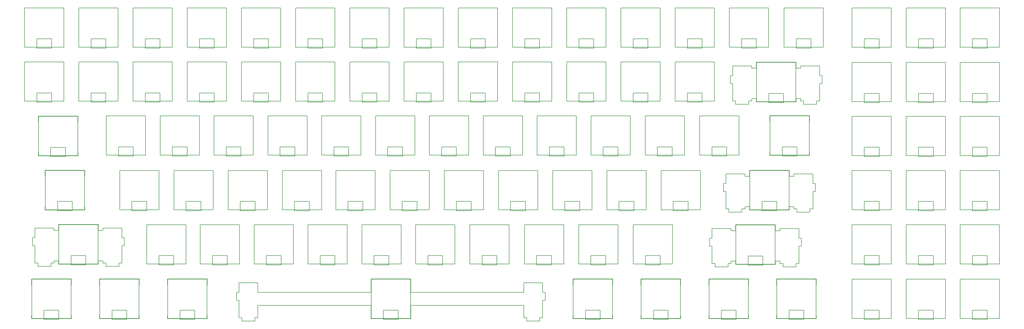
<source format=gbr>
%TF.GenerationSoftware,KiCad,Pcbnew,(5.1.10)-1*%
%TF.CreationDate,2021-11-11T14:39:24-08:00*%
%TF.ProjectId,chgray-keyboard,63686772-6179-42d6-9b65-79626f617264,Yeet2*%
%TF.SameCoordinates,Original*%
%TF.FileFunction,Other,ECO2*%
%FSLAX46Y46*%
G04 Gerber Fmt 4.6, Leading zero omitted, Abs format (unit mm)*
G04 Created by KiCad (PCBNEW (5.1.10)-1) date 2021-11-11 14:39:24*
%MOMM*%
%LPD*%
G01*
G04 APERTURE LIST*
%ADD10C,0.150000*%
%ADD11C,0.152400*%
G04 APERTURE END LIST*
D10*
%TO.C,SW10*%
X95437000Y-79819000D02*
X90237000Y-79819000D01*
X90237000Y-83058000D02*
X95437000Y-83058000D01*
X90237000Y-79858000D02*
X90237000Y-83058000D01*
X95437000Y-79819000D02*
X95437000Y-83019000D01*
X85937000Y-82719000D02*
X85937000Y-68919000D01*
X99737000Y-68919000D02*
X99737000Y-82719000D01*
X99737000Y-68919000D02*
X85937000Y-68919000D01*
X85937000Y-82719000D02*
X99737000Y-82719000D01*
D11*
%TO.C,SW57*%
X155194000Y-111760000D02*
X155194000Y-107061000D01*
X115468400Y-111760000D02*
X155194000Y-111760000D01*
X115468400Y-108356400D02*
X115468400Y-111760000D01*
X108813600Y-108356400D02*
X115468400Y-108356400D01*
X108813600Y-111760000D02*
X108813600Y-108356400D01*
X107950000Y-111760000D02*
X108813600Y-111760000D01*
X107950000Y-114554000D02*
X107950000Y-111760000D01*
X108813600Y-114554000D02*
X107950000Y-114554000D01*
X108813600Y-120650000D02*
X108813600Y-114554000D01*
X109855000Y-120650000D02*
X108813600Y-120650000D01*
X109855000Y-121818400D02*
X109855000Y-120650000D01*
X114427000Y-121818400D02*
X109855000Y-121818400D01*
X114427000Y-120650000D02*
X114427000Y-121818400D01*
X115468400Y-120650000D02*
X114427000Y-120650000D01*
X115468400Y-116332000D02*
X115468400Y-120650000D01*
X155194000Y-116332000D02*
X115468400Y-116332000D01*
X155194000Y-121031000D02*
X155194000Y-116332000D01*
X169164000Y-121031000D02*
X155194000Y-121031000D01*
X169164000Y-116332000D02*
X169164000Y-121031000D01*
X208889600Y-116332000D02*
X169164000Y-116332000D01*
X208889600Y-120650000D02*
X208889600Y-116332000D01*
X209931000Y-120650000D02*
X208889600Y-120650000D01*
X209931000Y-121818400D02*
X209931000Y-120650000D01*
X214503000Y-121818400D02*
X209931000Y-121818400D01*
X214503000Y-120650000D02*
X214503000Y-121818400D01*
X215544400Y-120650000D02*
X214503000Y-120650000D01*
X215544400Y-114554000D02*
X215544400Y-120650000D01*
X216408000Y-114554000D02*
X215544400Y-114554000D01*
X216408000Y-111760000D02*
X216408000Y-114554000D01*
X215544400Y-111760000D02*
X216408000Y-111760000D01*
X215544400Y-108356400D02*
X215544400Y-111760000D01*
X208889600Y-108356400D02*
X215544400Y-108356400D01*
X208889600Y-111760000D02*
X208889600Y-108356400D01*
X169164000Y-111760000D02*
X208889600Y-111760000D01*
X169164000Y-107061000D02*
X169164000Y-111760000D01*
X155194000Y-107061000D02*
X169164000Y-107061000D01*
D10*
X155279000Y-120946000D02*
X155279000Y-107146000D01*
X159579000Y-121285000D02*
X164779000Y-121285000D01*
X169079000Y-107146000D02*
X155279000Y-107146000D01*
X155279000Y-120946000D02*
X169079000Y-120946000D01*
X159579000Y-118085000D02*
X159579000Y-121285000D01*
X164779000Y-118046000D02*
X159579000Y-118046000D01*
X169079000Y-107146000D02*
X169079000Y-120946000D01*
X164779000Y-118046000D02*
X164779000Y-121246000D01*
%TO.C,SW21*%
X309834000Y-22669000D02*
X304634000Y-22669000D01*
X304634000Y-25908000D02*
X309834000Y-25908000D01*
X304634000Y-22708000D02*
X304634000Y-25908000D01*
X309834000Y-22669000D02*
X309834000Y-25869000D01*
X300334000Y-25569000D02*
X300334000Y-11769000D01*
X314134000Y-11769000D02*
X314134000Y-25569000D01*
X314134000Y-11769000D02*
X300334000Y-11769000D01*
X300334000Y-25569000D02*
X314134000Y-25569000D01*
D11*
%TO.C,RIGHT-SHIFT1*%
X306451000Y-92710000D02*
X306451000Y-95504000D01*
X298932600Y-90119200D02*
X298932600Y-89306400D01*
X283337000Y-88011000D02*
X297307000Y-88011000D01*
X305587400Y-101600000D02*
X304546000Y-101600000D01*
X298932600Y-89306400D02*
X305587400Y-89306400D01*
X297307000Y-90119200D02*
X298932600Y-90119200D01*
X305587400Y-92710000D02*
X306451000Y-92710000D01*
X304546000Y-102768400D02*
X299974000Y-102768400D01*
X305587400Y-95504000D02*
X305587400Y-101600000D01*
X297307000Y-88011000D02*
X297307000Y-90119200D01*
X306451000Y-95504000D02*
X305587400Y-95504000D01*
X304546000Y-101600000D02*
X304546000Y-102768400D01*
X305587400Y-89306400D02*
X305587400Y-92710000D01*
X299974000Y-101600000D02*
X298932600Y-101600000D01*
X283337000Y-100812600D02*
X281711400Y-100812600D01*
X276098000Y-102768400D02*
X276098000Y-101600000D01*
X274193000Y-95504000D02*
X274193000Y-92710000D01*
X275056600Y-89306400D02*
X281711400Y-89306400D01*
X281711400Y-90119200D02*
X283337000Y-90119200D01*
X298932600Y-101600000D02*
X298932600Y-100812600D01*
X298932600Y-100812600D02*
X297307000Y-100812600D01*
X297307000Y-100812600D02*
X297307000Y-101981000D01*
X297307000Y-101981000D02*
X283337000Y-101981000D01*
X280670000Y-101600000D02*
X280670000Y-102768400D01*
X283337000Y-101981000D02*
X283337000Y-100812600D01*
X275056600Y-95504000D02*
X274193000Y-95504000D01*
X281711400Y-100812600D02*
X281711400Y-101600000D01*
X281711400Y-101600000D02*
X280670000Y-101600000D01*
X274193000Y-92710000D02*
X275056600Y-92710000D01*
X283337000Y-90119200D02*
X283337000Y-88011000D01*
X275056600Y-101600000D02*
X275056600Y-95504000D01*
X281711400Y-89306400D02*
X281711400Y-90119200D01*
X280670000Y-102768400D02*
X276098000Y-102768400D01*
X276098000Y-101600000D02*
X275056600Y-101600000D01*
X275056600Y-92710000D02*
X275056600Y-89306400D01*
X299974000Y-102768400D02*
X299974000Y-101600000D01*
D10*
X283432000Y-101886000D02*
X283432000Y-88086000D01*
X297232000Y-88086000D02*
X297232000Y-101886000D01*
X297232000Y-88086000D02*
X283432000Y-88086000D01*
X283432000Y-101886000D02*
X297232000Y-101886000D01*
X287722000Y-102235000D02*
X292922000Y-102235000D01*
X287722000Y-99035000D02*
X287722000Y-102235000D01*
X292922000Y-98996000D02*
X292922000Y-102196000D01*
X292922000Y-98996000D02*
X287722000Y-98996000D01*
%TO.C,Slash1*%
X304955000Y-60642000D02*
X299755000Y-60642000D01*
X304955000Y-60642000D02*
X304955000Y-63842000D01*
X299755000Y-60681000D02*
X299755000Y-63881000D01*
X299755000Y-63881000D02*
X304955000Y-63881000D01*
D11*
X295370000Y-49657000D02*
X309340000Y-49657000D01*
X309340000Y-49657000D02*
X309340000Y-51765200D01*
X309340000Y-62458600D02*
X309340000Y-63627000D01*
X309340000Y-63627000D02*
X295370000Y-63627000D01*
X295370000Y-63627000D02*
X295370000Y-62458600D01*
X295370000Y-51765200D02*
X295370000Y-49657000D01*
D10*
X295465000Y-63532000D02*
X295465000Y-49732000D01*
X309265000Y-49732000D02*
X309265000Y-63532000D01*
X309265000Y-49732000D02*
X295465000Y-49732000D01*
X295465000Y-63532000D02*
X309265000Y-63532000D01*
%TO.C,SW52*%
X204149000Y-60642000D02*
X198949000Y-60642000D01*
X198949000Y-63881000D02*
X204149000Y-63881000D01*
X198949000Y-60681000D02*
X198949000Y-63881000D01*
X204149000Y-60642000D02*
X204149000Y-63842000D01*
X194649000Y-63542000D02*
X194649000Y-49742000D01*
X208449000Y-49742000D02*
X208449000Y-63542000D01*
X208449000Y-49742000D02*
X194649000Y-49742000D01*
X194649000Y-63542000D02*
X208449000Y-63542000D01*
%TO.C,SW51*%
X195386000Y-41673900D02*
X190186000Y-41673900D01*
X190186000Y-44912900D02*
X195386000Y-44912900D01*
X190186000Y-41712900D02*
X190186000Y-44912900D01*
X195386000Y-41673900D02*
X195386000Y-44873900D01*
X185886000Y-44573900D02*
X185886000Y-30773900D01*
X199686000Y-30773900D02*
X199686000Y-44573900D01*
X199686000Y-30773900D02*
X185886000Y-30773900D01*
X185886000Y-44573900D02*
X199686000Y-44573900D01*
D11*
%TO.C,SW58*%
X226187000Y-107061000D02*
X240157000Y-107061000D01*
X240157000Y-107061000D02*
X240157000Y-109169200D01*
X240157000Y-119862600D02*
X240157000Y-121031000D01*
X240157000Y-121031000D02*
X226187000Y-121031000D01*
X226187000Y-121031000D02*
X226187000Y-119862600D01*
X226187000Y-109169200D02*
X226187000Y-107061000D01*
D10*
X226282000Y-120936000D02*
X226282000Y-107136000D01*
X240082000Y-107136000D02*
X240082000Y-120936000D01*
X240082000Y-107136000D02*
X226282000Y-107136000D01*
X226282000Y-120936000D02*
X240082000Y-120936000D01*
X230572000Y-121285000D02*
X235772000Y-121285000D01*
X230572000Y-118085000D02*
X230572000Y-121285000D01*
X235772000Y-118046000D02*
X235772000Y-121246000D01*
X235772000Y-118046000D02*
X230572000Y-118046000D01*
D11*
%TO.C,RIGHT-SPACE1*%
X250063000Y-107061000D02*
X264033000Y-107061000D01*
X264033000Y-107061000D02*
X264033000Y-109169200D01*
X264033000Y-119862600D02*
X264033000Y-121031000D01*
X264033000Y-121031000D02*
X250063000Y-121031000D01*
X250063000Y-121031000D02*
X250063000Y-119862600D01*
X250063000Y-109169200D02*
X250063000Y-107061000D01*
D10*
X250158000Y-120936000D02*
X250158000Y-107136000D01*
X263958000Y-107136000D02*
X263958000Y-120936000D01*
X263958000Y-107136000D02*
X250158000Y-107136000D01*
X250158000Y-120936000D02*
X263958000Y-120936000D01*
X254448000Y-121285000D02*
X259648000Y-121285000D01*
X254448000Y-118085000D02*
X254448000Y-121285000D01*
X259648000Y-118046000D02*
X259648000Y-121246000D01*
X259648000Y-118046000D02*
X254448000Y-118046000D01*
%TO.C,LEFT_ALT1*%
X138236000Y-22669000D02*
X133036000Y-22669000D01*
X133036000Y-25908000D02*
X138236000Y-25908000D01*
X133036000Y-22708000D02*
X133036000Y-25908000D01*
X138236000Y-22669000D02*
X138236000Y-25869000D01*
X128736000Y-25569000D02*
X128736000Y-11769000D01*
X142536000Y-11769000D02*
X142536000Y-25569000D01*
X142536000Y-11769000D02*
X128736000Y-11769000D01*
X128736000Y-25569000D02*
X142536000Y-25569000D01*
%TO.C,RIGHT-SHIFT2*%
X214436000Y-22669000D02*
X209236000Y-22669000D01*
X209236000Y-25908000D02*
X214436000Y-25908000D01*
X209236000Y-22708000D02*
X209236000Y-25908000D01*
X214436000Y-22669000D02*
X214436000Y-25869000D01*
X204936000Y-25569000D02*
X204936000Y-11769000D01*
X218736000Y-11769000D02*
X218736000Y-25569000D01*
X218736000Y-11769000D02*
X204936000Y-11769000D01*
X204936000Y-25569000D02*
X218736000Y-25569000D01*
%TO.C,LEFT-SPACE1*%
X157286000Y-22669000D02*
X152086000Y-22669000D01*
X152086000Y-25908000D02*
X157286000Y-25908000D01*
X152086000Y-22708000D02*
X152086000Y-25908000D01*
X157286000Y-22669000D02*
X157286000Y-25869000D01*
X147786000Y-25569000D02*
X147786000Y-11769000D01*
X161586000Y-11769000D02*
X161586000Y-25569000D01*
X161586000Y-11769000D02*
X147786000Y-11769000D01*
X147786000Y-25569000D02*
X161586000Y-25569000D01*
%TO.C,SW50*%
X333765000Y-22669000D02*
X328565000Y-22669000D01*
X328565000Y-25908000D02*
X333765000Y-25908000D01*
X328565000Y-22708000D02*
X328565000Y-25908000D01*
X333765000Y-22669000D02*
X333765000Y-25869000D01*
X324265000Y-25569000D02*
X324265000Y-11769000D01*
X338065000Y-11769000D02*
X338065000Y-25569000D01*
X338065000Y-11769000D02*
X324265000Y-11769000D01*
X324265000Y-25569000D02*
X338065000Y-25569000D01*
%TO.C,SW45*%
X271586000Y-22669000D02*
X266386000Y-22669000D01*
X266386000Y-25908000D02*
X271586000Y-25908000D01*
X266386000Y-22708000D02*
X266386000Y-25908000D01*
X271586000Y-22669000D02*
X271586000Y-25869000D01*
X262086000Y-25569000D02*
X262086000Y-11769000D01*
X275886000Y-11769000D02*
X275886000Y-25569000D01*
X275886000Y-11769000D02*
X262086000Y-11769000D01*
X262086000Y-25569000D02*
X275886000Y-25569000D01*
%TO.C,SW37*%
X371738000Y-22669000D02*
X366538000Y-22669000D01*
X366538000Y-25908000D02*
X371738000Y-25908000D01*
X366538000Y-22708000D02*
X366538000Y-25908000D01*
X371738000Y-22669000D02*
X371738000Y-25869000D01*
X362238000Y-25569000D02*
X362238000Y-11769000D01*
X376038000Y-11769000D02*
X376038000Y-25569000D01*
X376038000Y-11769000D02*
X362238000Y-11769000D01*
X362238000Y-25569000D02*
X376038000Y-25569000D01*
%TO.C,SW25*%
X290636000Y-22669000D02*
X285436000Y-22669000D01*
X285436000Y-25908000D02*
X290636000Y-25908000D01*
X285436000Y-22708000D02*
X285436000Y-25908000D01*
X290636000Y-22669000D02*
X290636000Y-25869000D01*
X281136000Y-25569000D02*
X281136000Y-11769000D01*
X294936000Y-11769000D02*
X294936000Y-25569000D01*
X294936000Y-11769000D02*
X281136000Y-11769000D01*
X281136000Y-25569000D02*
X294936000Y-25569000D01*
%TO.C,SW13*%
X252536000Y-22669000D02*
X247336000Y-22669000D01*
X247336000Y-25908000D02*
X252536000Y-25908000D01*
X247336000Y-22708000D02*
X247336000Y-25908000D01*
X252536000Y-22669000D02*
X252536000Y-25869000D01*
X243036000Y-25569000D02*
X243036000Y-11769000D01*
X256836000Y-11769000D02*
X256836000Y-25569000D01*
X256836000Y-11769000D02*
X243036000Y-11769000D01*
X243036000Y-25569000D02*
X256836000Y-25569000D01*
%TO.C,SW9*%
X352815000Y-22669000D02*
X347615000Y-22669000D01*
X347615000Y-25908000D02*
X352815000Y-25908000D01*
X347615000Y-22708000D02*
X347615000Y-25908000D01*
X352815000Y-22669000D02*
X352815000Y-25869000D01*
X343315000Y-25569000D02*
X343315000Y-11769000D01*
X357115000Y-11769000D02*
X357115000Y-25569000D01*
X357115000Y-11769000D02*
X343315000Y-11769000D01*
X343315000Y-25569000D02*
X357115000Y-25569000D01*
%TO.C,SW3*%
X233486000Y-22669000D02*
X228286000Y-22669000D01*
X228286000Y-25908000D02*
X233486000Y-25908000D01*
X228286000Y-22708000D02*
X228286000Y-25908000D01*
X233486000Y-22669000D02*
X233486000Y-25869000D01*
X223986000Y-25569000D02*
X223986000Y-11769000D01*
X237786000Y-11769000D02*
X237786000Y-25569000D01*
X237786000Y-11769000D02*
X223986000Y-11769000D01*
X223986000Y-25569000D02*
X237786000Y-25569000D01*
D11*
%TO.C,RightMeta1*%
X297745000Y-107061000D02*
X311715000Y-107061000D01*
X311715000Y-107061000D02*
X311715000Y-109169200D01*
X311715000Y-119862600D02*
X311715000Y-121031000D01*
X311715000Y-121031000D02*
X297745000Y-121031000D01*
X297745000Y-121031000D02*
X297745000Y-119862600D01*
X297745000Y-109169200D02*
X297745000Y-107061000D01*
D10*
X297840000Y-120936000D02*
X297840000Y-107136000D01*
X311640000Y-107136000D02*
X311640000Y-120936000D01*
X311640000Y-107136000D02*
X297840000Y-107136000D01*
X297840000Y-120936000D02*
X311640000Y-120936000D01*
X302130000Y-121285000D02*
X307330000Y-121285000D01*
X302130000Y-118085000D02*
X302130000Y-121285000D01*
X307330000Y-118046000D02*
X307330000Y-121246000D01*
X307330000Y-118046000D02*
X302130000Y-118046000D01*
D11*
%TO.C,ENTER1*%
X311339000Y-73533000D02*
X311339000Y-76327000D01*
X303820600Y-70942200D02*
X303820600Y-70129400D01*
X288225000Y-68834000D02*
X302195000Y-68834000D01*
X310475400Y-82423000D02*
X309434000Y-82423000D01*
X303820600Y-70129400D02*
X310475400Y-70129400D01*
X302195000Y-70942200D02*
X303820600Y-70942200D01*
X310475400Y-73533000D02*
X311339000Y-73533000D01*
X309434000Y-83591400D02*
X304862000Y-83591400D01*
X310475400Y-76327000D02*
X310475400Y-82423000D01*
X302195000Y-68834000D02*
X302195000Y-70942200D01*
X311339000Y-76327000D02*
X310475400Y-76327000D01*
X309434000Y-82423000D02*
X309434000Y-83591400D01*
X310475400Y-70129400D02*
X310475400Y-73533000D01*
X304862000Y-82423000D02*
X303820600Y-82423000D01*
X288225000Y-81635600D02*
X286599400Y-81635600D01*
X280986000Y-83591400D02*
X280986000Y-82423000D01*
X279081000Y-76327000D02*
X279081000Y-73533000D01*
X279944600Y-70129400D02*
X286599400Y-70129400D01*
X286599400Y-70942200D02*
X288225000Y-70942200D01*
X303820600Y-82423000D02*
X303820600Y-81635600D01*
X303820600Y-81635600D02*
X302195000Y-81635600D01*
X302195000Y-81635600D02*
X302195000Y-82804000D01*
X302195000Y-82804000D02*
X288225000Y-82804000D01*
X285558000Y-82423000D02*
X285558000Y-83591400D01*
X288225000Y-82804000D02*
X288225000Y-81635600D01*
X279944600Y-76327000D02*
X279081000Y-76327000D01*
X286599400Y-81635600D02*
X286599400Y-82423000D01*
X286599400Y-82423000D02*
X285558000Y-82423000D01*
X279081000Y-73533000D02*
X279944600Y-73533000D01*
X288225000Y-70942200D02*
X288225000Y-68834000D01*
X279944600Y-82423000D02*
X279944600Y-76327000D01*
X286599400Y-70129400D02*
X286599400Y-70942200D01*
X285558000Y-83591400D02*
X280986000Y-83591400D01*
X280986000Y-82423000D02*
X279944600Y-82423000D01*
X279944600Y-73533000D02*
X279944600Y-70129400D01*
X304862000Y-83591400D02*
X304862000Y-82423000D01*
D10*
X288320000Y-82709000D02*
X288320000Y-68909000D01*
X302120000Y-68909000D02*
X302120000Y-82709000D01*
X302120000Y-68909000D02*
X288320000Y-68909000D01*
X288320000Y-82709000D02*
X302120000Y-82709000D01*
X292610000Y-83058000D02*
X297810000Y-83058000D01*
X292610000Y-79858000D02*
X292610000Y-83058000D01*
X297810000Y-79819000D02*
X297810000Y-83019000D01*
X297810000Y-79819000D02*
X292610000Y-79819000D01*
%TO.C,SW4*%
X42986000Y-41673900D02*
X37786000Y-41673900D01*
X37786000Y-44912900D02*
X42986000Y-44912900D01*
X37786000Y-41712900D02*
X37786000Y-44912900D01*
X42986000Y-41673900D02*
X42986000Y-44873900D01*
X33486000Y-44573900D02*
X33486000Y-30773900D01*
X47286000Y-30773900D02*
X47286000Y-44573900D01*
X47286000Y-30773900D02*
X33486000Y-30773900D01*
X33486000Y-44573900D02*
X47286000Y-44573900D01*
D11*
%TO.C,WinKey1*%
X83693000Y-107061000D02*
X97663000Y-107061000D01*
X97663000Y-107061000D02*
X97663000Y-109169200D01*
X97663000Y-119862600D02*
X97663000Y-121031000D01*
X97663000Y-121031000D02*
X83693000Y-121031000D01*
X83693000Y-121031000D02*
X83693000Y-119862600D01*
X83693000Y-109169200D02*
X83693000Y-107061000D01*
D10*
X83788000Y-120936000D02*
X83788000Y-107136000D01*
X97588000Y-107136000D02*
X97588000Y-120936000D01*
X97588000Y-107136000D02*
X83788000Y-107136000D01*
X83788000Y-120936000D02*
X97588000Y-120936000D01*
X88078000Y-121285000D02*
X93278000Y-121285000D01*
X88078000Y-118085000D02*
X88078000Y-121285000D01*
X93278000Y-118046000D02*
X93278000Y-121246000D01*
X93278000Y-118046000D02*
X88078000Y-118046000D01*
D11*
%TO.C,LEFT_FN1*%
X59817000Y-107061000D02*
X73787000Y-107061000D01*
X73787000Y-107061000D02*
X73787000Y-109169200D01*
X73787000Y-119862600D02*
X73787000Y-121031000D01*
X73787000Y-121031000D02*
X59817000Y-121031000D01*
X59817000Y-121031000D02*
X59817000Y-119862600D01*
X59817000Y-109169200D02*
X59817000Y-107061000D01*
D10*
X59912000Y-120936000D02*
X59912000Y-107136000D01*
X73712000Y-107136000D02*
X73712000Y-120936000D01*
X73712000Y-107136000D02*
X59912000Y-107136000D01*
X59912000Y-120936000D02*
X73712000Y-120936000D01*
X64202000Y-121285000D02*
X69402000Y-121285000D01*
X64202000Y-118085000D02*
X64202000Y-121285000D01*
X69402000Y-118046000D02*
X69402000Y-121246000D01*
X69402000Y-118046000D02*
X64202000Y-118046000D01*
D11*
%TO.C,LEFT_CTRL1*%
X35899700Y-107061000D02*
X49869700Y-107061000D01*
X49869700Y-107061000D02*
X49869700Y-109169200D01*
X49869700Y-119862600D02*
X49869700Y-121031000D01*
X49869700Y-121031000D02*
X35899700Y-121031000D01*
X35899700Y-121031000D02*
X35899700Y-119862600D01*
X35899700Y-109169200D02*
X35899700Y-107061000D01*
D10*
X35994700Y-120936000D02*
X35994700Y-107136000D01*
X49794700Y-107136000D02*
X49794700Y-120936000D01*
X49794700Y-107136000D02*
X35994700Y-107136000D01*
X35994700Y-120936000D02*
X49794700Y-120936000D01*
X40284700Y-121285000D02*
X45484700Y-121285000D01*
X40284700Y-118085000D02*
X40284700Y-121285000D01*
X45484700Y-118046000D02*
X45484700Y-121246000D01*
X45484700Y-118046000D02*
X40284700Y-118046000D01*
D11*
%TO.C,LEFT-SHIFT1*%
X68538700Y-92583000D02*
X68538700Y-95377000D01*
X61020300Y-89992200D02*
X61020300Y-89179400D01*
X45424700Y-87884000D02*
X59394700Y-87884000D01*
X67675100Y-101473000D02*
X66633700Y-101473000D01*
X61020300Y-89179400D02*
X67675100Y-89179400D01*
X59394700Y-89992200D02*
X61020300Y-89992200D01*
X67675100Y-92583000D02*
X68538700Y-92583000D01*
X66633700Y-102641400D02*
X62061700Y-102641400D01*
X67675100Y-95377000D02*
X67675100Y-101473000D01*
X59394700Y-87884000D02*
X59394700Y-89992200D01*
X68538700Y-95377000D02*
X67675100Y-95377000D01*
X66633700Y-101473000D02*
X66633700Y-102641400D01*
X67675100Y-89179400D02*
X67675100Y-92583000D01*
X62061700Y-101473000D02*
X61020300Y-101473000D01*
X45424700Y-100685600D02*
X43799100Y-100685600D01*
X38185700Y-102641400D02*
X38185700Y-101473000D01*
X36280700Y-95377000D02*
X36280700Y-92583000D01*
X37144300Y-89179400D02*
X43799100Y-89179400D01*
X43799100Y-89992200D02*
X45424700Y-89992200D01*
X61020300Y-101473000D02*
X61020300Y-100685600D01*
X61020300Y-100685600D02*
X59394700Y-100685600D01*
X59394700Y-100685600D02*
X59394700Y-101854000D01*
X59394700Y-101854000D02*
X45424700Y-101854000D01*
X42757700Y-101473000D02*
X42757700Y-102641400D01*
X45424700Y-101854000D02*
X45424700Y-100685600D01*
X37144300Y-95377000D02*
X36280700Y-95377000D01*
X43799100Y-100685600D02*
X43799100Y-101473000D01*
X43799100Y-101473000D02*
X42757700Y-101473000D01*
X36280700Y-92583000D02*
X37144300Y-92583000D01*
X45424700Y-89992200D02*
X45424700Y-87884000D01*
X37144300Y-101473000D02*
X37144300Y-95377000D01*
X43799100Y-89179400D02*
X43799100Y-89992200D01*
X42757700Y-102641400D02*
X38185700Y-102641400D01*
X38185700Y-101473000D02*
X37144300Y-101473000D01*
X37144300Y-92583000D02*
X37144300Y-89179400D01*
X62061700Y-102641400D02*
X62061700Y-101473000D01*
D10*
X45519700Y-101759000D02*
X45519700Y-87959000D01*
X59319700Y-87959000D02*
X59319700Y-101759000D01*
X59319700Y-87959000D02*
X45519700Y-87959000D01*
X45519700Y-101759000D02*
X59319700Y-101759000D01*
X49809700Y-102108000D02*
X55009700Y-102108000D01*
X49809700Y-98908000D02*
X49809700Y-102108000D01*
X55009700Y-98869000D02*
X55009700Y-102069000D01*
X55009700Y-98869000D02*
X49809700Y-98869000D01*
%TO.C,Backspace1*%
X290703000Y-44736000D02*
X304503000Y-44736000D01*
X304503000Y-30936000D02*
X290703000Y-30936000D01*
X304503000Y-30936000D02*
X304503000Y-44736000D01*
X290703000Y-44736000D02*
X290703000Y-30936000D01*
D11*
X307245000Y-45618400D02*
X307245000Y-44450000D01*
X282327600Y-35560000D02*
X282327600Y-32156400D01*
X283369000Y-44450000D02*
X282327600Y-44450000D01*
X287941000Y-45618400D02*
X283369000Y-45618400D01*
X288982400Y-32156400D02*
X288982400Y-32969200D01*
X282327600Y-44450000D02*
X282327600Y-38354000D01*
X290608000Y-32969200D02*
X290608000Y-30861000D01*
X281464000Y-35560000D02*
X282327600Y-35560000D01*
X288982400Y-44450000D02*
X287941000Y-44450000D01*
X288982400Y-43662600D02*
X288982400Y-44450000D01*
X282327600Y-38354000D02*
X281464000Y-38354000D01*
X290608000Y-44831000D02*
X290608000Y-43662600D01*
X287941000Y-44450000D02*
X287941000Y-45618400D01*
X304578000Y-44831000D02*
X290608000Y-44831000D01*
X304578000Y-43662600D02*
X304578000Y-44831000D01*
X306203600Y-43662600D02*
X304578000Y-43662600D01*
X306203600Y-44450000D02*
X306203600Y-43662600D01*
X288982400Y-32969200D02*
X290608000Y-32969200D01*
X282327600Y-32156400D02*
X288982400Y-32156400D01*
X281464000Y-38354000D02*
X281464000Y-35560000D01*
X283369000Y-45618400D02*
X283369000Y-44450000D01*
X290608000Y-43662600D02*
X288982400Y-43662600D01*
X307245000Y-44450000D02*
X306203600Y-44450000D01*
X312858400Y-32156400D02*
X312858400Y-35560000D01*
X311817000Y-44450000D02*
X311817000Y-45618400D01*
X313722000Y-38354000D02*
X312858400Y-38354000D01*
X304578000Y-30861000D02*
X304578000Y-32969200D01*
X312858400Y-38354000D02*
X312858400Y-44450000D01*
X311817000Y-45618400D02*
X307245000Y-45618400D01*
X312858400Y-35560000D02*
X313722000Y-35560000D01*
X304578000Y-32969200D02*
X306203600Y-32969200D01*
X306203600Y-32156400D02*
X312858400Y-32156400D01*
X312858400Y-44450000D02*
X311817000Y-44450000D01*
X290608000Y-30861000D02*
X304578000Y-30861000D01*
X306203600Y-32969200D02*
X306203600Y-32156400D01*
X313722000Y-35560000D02*
X313722000Y-38354000D01*
D10*
X294993000Y-45085000D02*
X300193000Y-45085000D01*
X294993000Y-41885000D02*
X294993000Y-45085000D01*
X300193000Y-41846000D02*
X300193000Y-45046000D01*
X300193000Y-41846000D02*
X294993000Y-41846000D01*
%TO.C,TAB1*%
X47864700Y-60785200D02*
X42664700Y-60785200D01*
X47864700Y-60785200D02*
X47864700Y-63985200D01*
X42664700Y-60824200D02*
X42664700Y-64024200D01*
X42664700Y-64024200D02*
X47864700Y-64024200D01*
D11*
X38279700Y-49800200D02*
X52249700Y-49800200D01*
X52249700Y-49800200D02*
X52249700Y-51908400D01*
X52249700Y-62601800D02*
X52249700Y-63770200D01*
X52249700Y-63770200D02*
X38279700Y-63770200D01*
X38279700Y-63770200D02*
X38279700Y-62601800D01*
X38279700Y-51908400D02*
X38279700Y-49800200D01*
D10*
X38374700Y-63675200D02*
X38374700Y-49875200D01*
X52174700Y-49875200D02*
X52174700Y-63675200D01*
X52174700Y-49875200D02*
X38374700Y-49875200D01*
X38374700Y-63675200D02*
X52174700Y-63675200D01*
D11*
%TO.C,CAPS1*%
X40662200Y-68834000D02*
X54632200Y-68834000D01*
X54632200Y-68834000D02*
X54632200Y-70942200D01*
X54632200Y-81635600D02*
X54632200Y-82804000D01*
X54632200Y-82804000D02*
X40662200Y-82804000D01*
X40662200Y-82804000D02*
X40662200Y-81635600D01*
X40662200Y-70942200D02*
X40662200Y-68834000D01*
D10*
X40757200Y-82709000D02*
X40757200Y-68909000D01*
X54557200Y-68909000D02*
X54557200Y-82709000D01*
X54557200Y-68909000D02*
X40757200Y-68909000D01*
X40757200Y-82709000D02*
X54557200Y-82709000D01*
X45047200Y-83058000D02*
X50247200Y-83058000D01*
X45047200Y-79858000D02*
X45047200Y-83058000D01*
X50247200Y-79819000D02*
X50247200Y-83019000D01*
X50247200Y-79819000D02*
X45047200Y-79819000D01*
%TO.C,SW63*%
X247583000Y-79819000D02*
X242383000Y-79819000D01*
X242383000Y-83058000D02*
X247583000Y-83058000D01*
X242383000Y-79858000D02*
X242383000Y-83058000D01*
X247583000Y-79819000D02*
X247583000Y-83019000D01*
X238083000Y-82719000D02*
X238083000Y-68919000D01*
X251883000Y-68919000D02*
X251883000Y-82719000D01*
X251883000Y-68919000D02*
X238083000Y-68919000D01*
X238083000Y-82719000D02*
X251883000Y-82719000D01*
%TO.C,SW1*%
X119186000Y-22669000D02*
X113986000Y-22669000D01*
X113986000Y-25908000D02*
X119186000Y-25908000D01*
X113986000Y-22708000D02*
X113986000Y-25908000D01*
X119186000Y-22669000D02*
X119186000Y-25869000D01*
X109686000Y-25569000D02*
X109686000Y-11769000D01*
X123486000Y-11769000D02*
X123486000Y-25569000D01*
X123486000Y-11769000D02*
X109686000Y-11769000D01*
X109686000Y-25569000D02*
X123486000Y-25569000D01*
%TO.C,SW2*%
X237677000Y-98869000D02*
X232477000Y-98869000D01*
X232477000Y-102108000D02*
X237677000Y-102108000D01*
X232477000Y-98908000D02*
X232477000Y-102108000D01*
X237677000Y-98869000D02*
X237677000Y-102069000D01*
X228177000Y-101769000D02*
X228177000Y-87969000D01*
X241977000Y-87969000D02*
X241977000Y-101769000D01*
X241977000Y-87969000D02*
X228177000Y-87969000D01*
X228177000Y-101769000D02*
X241977000Y-101769000D01*
%TO.C,SW5*%
X62036000Y-41673900D02*
X56836000Y-41673900D01*
X56836000Y-44912900D02*
X62036000Y-44912900D01*
X56836000Y-41712900D02*
X56836000Y-44912900D01*
X62036000Y-41673900D02*
X62036000Y-44873900D01*
X52536000Y-44573900D02*
X52536000Y-30773900D01*
X66336000Y-30773900D02*
X66336000Y-44573900D01*
X66336000Y-30773900D02*
X52536000Y-30773900D01*
X52536000Y-44573900D02*
X66336000Y-44573900D01*
%TO.C,SW6*%
X71688000Y-60642000D02*
X66488000Y-60642000D01*
X66488000Y-63881000D02*
X71688000Y-63881000D01*
X66488000Y-60681000D02*
X66488000Y-63881000D01*
X71688000Y-60642000D02*
X71688000Y-63842000D01*
X62188000Y-63542000D02*
X62188000Y-49742000D01*
X75988000Y-49742000D02*
X75988000Y-63542000D01*
X75988000Y-49742000D02*
X62188000Y-49742000D01*
X62188000Y-63542000D02*
X75988000Y-63542000D01*
%TO.C,SW7*%
X76387000Y-79819000D02*
X71187000Y-79819000D01*
X71187000Y-83058000D02*
X76387000Y-83058000D01*
X71187000Y-79858000D02*
X71187000Y-83058000D01*
X76387000Y-79819000D02*
X76387000Y-83019000D01*
X66887000Y-82719000D02*
X66887000Y-68919000D01*
X80687000Y-68919000D02*
X80687000Y-82719000D01*
X80687000Y-68919000D02*
X66887000Y-68919000D01*
X66887000Y-82719000D02*
X80687000Y-82719000D01*
%TO.C,SW8*%
X333765000Y-98869000D02*
X328565000Y-98869000D01*
X328565000Y-102108000D02*
X333765000Y-102108000D01*
X328565000Y-98908000D02*
X328565000Y-102108000D01*
X333765000Y-98869000D02*
X333765000Y-102069000D01*
X324265000Y-101769000D02*
X324265000Y-87969000D01*
X338065000Y-87969000D02*
X338065000Y-101769000D01*
X338065000Y-87969000D02*
X324265000Y-87969000D01*
X324265000Y-101769000D02*
X338065000Y-101769000D01*
%TO.C,SW11*%
X85912000Y-98869000D02*
X80712000Y-98869000D01*
X80712000Y-102108000D02*
X85912000Y-102108000D01*
X80712000Y-98908000D02*
X80712000Y-102108000D01*
X85912000Y-98869000D02*
X85912000Y-102069000D01*
X76412000Y-101769000D02*
X76412000Y-87969000D01*
X90212000Y-87969000D02*
X90212000Y-101769000D01*
X90212000Y-87969000D02*
X76412000Y-87969000D01*
X76412000Y-101769000D02*
X90212000Y-101769000D01*
%TO.C,SW12*%
X100136000Y-22669000D02*
X94936000Y-22669000D01*
X94936000Y-25908000D02*
X100136000Y-25908000D01*
X94936000Y-22708000D02*
X94936000Y-25908000D01*
X100136000Y-22669000D02*
X100136000Y-25869000D01*
X90636000Y-25569000D02*
X90636000Y-11769000D01*
X104436000Y-11769000D02*
X104436000Y-25569000D01*
X104436000Y-11769000D02*
X90636000Y-11769000D01*
X90636000Y-25569000D02*
X104436000Y-25569000D01*
%TO.C,SW14*%
X81086000Y-41673900D02*
X75886000Y-41673900D01*
X75886000Y-44912900D02*
X81086000Y-44912900D01*
X75886000Y-41712900D02*
X75886000Y-44912900D01*
X81086000Y-41673900D02*
X81086000Y-44873900D01*
X71586000Y-44573900D02*
X71586000Y-30773900D01*
X85386000Y-30773900D02*
X85386000Y-44573900D01*
X85386000Y-30773900D02*
X71586000Y-30773900D01*
X71586000Y-44573900D02*
X85386000Y-44573900D01*
%TO.C,SW15*%
X90611000Y-60642000D02*
X85411000Y-60642000D01*
X85411000Y-63881000D02*
X90611000Y-63881000D01*
X85411000Y-60681000D02*
X85411000Y-63881000D01*
X90611000Y-60642000D02*
X90611000Y-63842000D01*
X81111000Y-63542000D02*
X81111000Y-49742000D01*
X94911000Y-49742000D02*
X94911000Y-63542000D01*
X94911000Y-49742000D02*
X81111000Y-49742000D01*
X81111000Y-63542000D02*
X94911000Y-63542000D01*
%TO.C,SW16*%
X100136000Y-41673900D02*
X94936000Y-41673900D01*
X94936000Y-44912900D02*
X100136000Y-44912900D01*
X94936000Y-41712900D02*
X94936000Y-44912900D01*
X100136000Y-41673900D02*
X100136000Y-44873900D01*
X90636000Y-44573900D02*
X90636000Y-30773900D01*
X104436000Y-30773900D02*
X104436000Y-44573900D01*
X104436000Y-30773900D02*
X90636000Y-30773900D01*
X90636000Y-44573900D02*
X104436000Y-44573900D01*
%TO.C,SW17*%
X109534000Y-60642000D02*
X104334000Y-60642000D01*
X104334000Y-63881000D02*
X109534000Y-63881000D01*
X104334000Y-60681000D02*
X104334000Y-63881000D01*
X109534000Y-60642000D02*
X109534000Y-63842000D01*
X100034000Y-63542000D02*
X100034000Y-49742000D01*
X113834000Y-49742000D02*
X113834000Y-63542000D01*
X113834000Y-49742000D02*
X100034000Y-49742000D01*
X100034000Y-63542000D02*
X113834000Y-63542000D01*
%TO.C,SW18*%
X114487000Y-79819000D02*
X109287000Y-79819000D01*
X109287000Y-83058000D02*
X114487000Y-83058000D01*
X109287000Y-79858000D02*
X109287000Y-83058000D01*
X114487000Y-79819000D02*
X114487000Y-83019000D01*
X104987000Y-82719000D02*
X104987000Y-68919000D01*
X118787000Y-68919000D02*
X118787000Y-82719000D01*
X118787000Y-68919000D02*
X104987000Y-68919000D01*
X104987000Y-82719000D02*
X118787000Y-82719000D01*
%TO.C,SW19*%
X104708000Y-98869000D02*
X99508000Y-98869000D01*
X99508000Y-102108000D02*
X104708000Y-102108000D01*
X99508000Y-98908000D02*
X99508000Y-102108000D01*
X104708000Y-98869000D02*
X104708000Y-102069000D01*
X95208000Y-101769000D02*
X95208000Y-87969000D01*
X109008000Y-87969000D02*
X109008000Y-101769000D01*
X109008000Y-87969000D02*
X95208000Y-87969000D01*
X95208000Y-101769000D02*
X109008000Y-101769000D01*
%TO.C,SW20*%
X241995000Y-60642000D02*
X236795000Y-60642000D01*
X236795000Y-63881000D02*
X241995000Y-63881000D01*
X236795000Y-60681000D02*
X236795000Y-63881000D01*
X241995000Y-60642000D02*
X241995000Y-63842000D01*
X232495000Y-63542000D02*
X232495000Y-49742000D01*
X246295000Y-49742000D02*
X246295000Y-63542000D01*
X246295000Y-49742000D02*
X232495000Y-49742000D01*
X232495000Y-63542000D02*
X246295000Y-63542000D01*
%TO.C,SW22*%
X133537000Y-79819000D02*
X128337000Y-79819000D01*
X128337000Y-83058000D02*
X133537000Y-83058000D01*
X128337000Y-79858000D02*
X128337000Y-83058000D01*
X133537000Y-79819000D02*
X133537000Y-83019000D01*
X124037000Y-82719000D02*
X124037000Y-68919000D01*
X137837000Y-68919000D02*
X137837000Y-82719000D01*
X137837000Y-68919000D02*
X124037000Y-68919000D01*
X124037000Y-82719000D02*
X137837000Y-82719000D01*
%TO.C,SW23*%
X123631000Y-98869000D02*
X118431000Y-98869000D01*
X118431000Y-102108000D02*
X123631000Y-102108000D01*
X118431000Y-98908000D02*
X118431000Y-102108000D01*
X123631000Y-98869000D02*
X123631000Y-102069000D01*
X114131000Y-101769000D02*
X114131000Y-87969000D01*
X127931000Y-87969000D02*
X127931000Y-101769000D01*
X127931000Y-87969000D02*
X114131000Y-87969000D01*
X114131000Y-101769000D02*
X127931000Y-101769000D01*
%TO.C,SW24*%
X261045000Y-60642000D02*
X255845000Y-60642000D01*
X255845000Y-63881000D02*
X261045000Y-63881000D01*
X255845000Y-60681000D02*
X255845000Y-63881000D01*
X261045000Y-60642000D02*
X261045000Y-63842000D01*
X251545000Y-63542000D02*
X251545000Y-49742000D01*
X265345000Y-49742000D02*
X265345000Y-63542000D01*
X265345000Y-49742000D02*
X251545000Y-49742000D01*
X251545000Y-63542000D02*
X265345000Y-63542000D01*
%TO.C,SW26*%
X119186000Y-41673900D02*
X113986000Y-41673900D01*
X113986000Y-44912900D02*
X119186000Y-44912900D01*
X113986000Y-41712900D02*
X113986000Y-44912900D01*
X119186000Y-41673900D02*
X119186000Y-44873900D01*
X109686000Y-44573900D02*
X109686000Y-30773900D01*
X123486000Y-30773900D02*
X123486000Y-44573900D01*
X123486000Y-30773900D02*
X109686000Y-30773900D01*
X109686000Y-44573900D02*
X123486000Y-44573900D01*
%TO.C,SW27*%
X128457000Y-60642000D02*
X123257000Y-60642000D01*
X123257000Y-63881000D02*
X128457000Y-63881000D01*
X123257000Y-60681000D02*
X123257000Y-63881000D01*
X128457000Y-60642000D02*
X128457000Y-63842000D01*
X118957000Y-63542000D02*
X118957000Y-49742000D01*
X132757000Y-49742000D02*
X132757000Y-63542000D01*
X132757000Y-49742000D02*
X118957000Y-49742000D01*
X118957000Y-63542000D02*
X132757000Y-63542000D01*
%TO.C,SW28*%
X138236000Y-41673900D02*
X133036000Y-41673900D01*
X133036000Y-44912900D02*
X138236000Y-44912900D01*
X133036000Y-41712900D02*
X133036000Y-44912900D01*
X138236000Y-41673900D02*
X138236000Y-44873900D01*
X128736000Y-44573900D02*
X128736000Y-30773900D01*
X142536000Y-30773900D02*
X142536000Y-44573900D01*
X142536000Y-30773900D02*
X128736000Y-30773900D01*
X128736000Y-44573900D02*
X142536000Y-44573900D01*
%TO.C,SW29*%
X147380000Y-60642000D02*
X142180000Y-60642000D01*
X142180000Y-63881000D02*
X147380000Y-63881000D01*
X142180000Y-60681000D02*
X142180000Y-63881000D01*
X147380000Y-60642000D02*
X147380000Y-63842000D01*
X137880000Y-63542000D02*
X137880000Y-49742000D01*
X151680000Y-49742000D02*
X151680000Y-63542000D01*
X151680000Y-49742000D02*
X137880000Y-49742000D01*
X137880000Y-63542000D02*
X151680000Y-63542000D01*
%TO.C,SW30*%
X152333000Y-79819000D02*
X147133000Y-79819000D01*
X147133000Y-83058000D02*
X152333000Y-83058000D01*
X147133000Y-79858000D02*
X147133000Y-83058000D01*
X152333000Y-79819000D02*
X152333000Y-83019000D01*
X142833000Y-82719000D02*
X142833000Y-68919000D01*
X156633000Y-68919000D02*
X156633000Y-82719000D01*
X156633000Y-68919000D02*
X142833000Y-68919000D01*
X142833000Y-82719000D02*
X156633000Y-82719000D01*
%TO.C,SW31*%
X142554000Y-98869000D02*
X137354000Y-98869000D01*
X137354000Y-102108000D02*
X142554000Y-102108000D01*
X137354000Y-98908000D02*
X137354000Y-102108000D01*
X142554000Y-98869000D02*
X142554000Y-102069000D01*
X133054000Y-101769000D02*
X133054000Y-87969000D01*
X146854000Y-87969000D02*
X146854000Y-101769000D01*
X146854000Y-87969000D02*
X133054000Y-87969000D01*
X133054000Y-101769000D02*
X146854000Y-101769000D01*
%TO.C,SW32*%
X176336000Y-22669000D02*
X171136000Y-22669000D01*
X171136000Y-25908000D02*
X176336000Y-25908000D01*
X171136000Y-22708000D02*
X171136000Y-25908000D01*
X176336000Y-22669000D02*
X176336000Y-25869000D01*
X166836000Y-25569000D02*
X166836000Y-11769000D01*
X180636000Y-11769000D02*
X180636000Y-25569000D01*
X180636000Y-11769000D02*
X166836000Y-11769000D01*
X166836000Y-25569000D02*
X180636000Y-25569000D01*
%TO.C,SW33*%
X171383000Y-79819000D02*
X166183000Y-79819000D01*
X166183000Y-83058000D02*
X171383000Y-83058000D01*
X166183000Y-79858000D02*
X166183000Y-83058000D01*
X171383000Y-79819000D02*
X171383000Y-83019000D01*
X161883000Y-82719000D02*
X161883000Y-68919000D01*
X175683000Y-68919000D02*
X175683000Y-82719000D01*
X175683000Y-68919000D02*
X161883000Y-68919000D01*
X161883000Y-82719000D02*
X175683000Y-82719000D01*
%TO.C,SW34*%
X161477000Y-98869000D02*
X156277000Y-98869000D01*
X156277000Y-102108000D02*
X161477000Y-102108000D01*
X156277000Y-98908000D02*
X156277000Y-102108000D01*
X161477000Y-98869000D02*
X161477000Y-102069000D01*
X151977000Y-101769000D02*
X151977000Y-87969000D01*
X165777000Y-87969000D02*
X165777000Y-101769000D01*
X165777000Y-87969000D02*
X151977000Y-87969000D01*
X151977000Y-101769000D02*
X165777000Y-101769000D01*
%TO.C,SW35*%
X195386000Y-22669000D02*
X190186000Y-22669000D01*
X190186000Y-25908000D02*
X195386000Y-25908000D01*
X190186000Y-22708000D02*
X190186000Y-25908000D01*
X195386000Y-22669000D02*
X195386000Y-25869000D01*
X185886000Y-25569000D02*
X185886000Y-11769000D01*
X199686000Y-11769000D02*
X199686000Y-25569000D01*
X199686000Y-11769000D02*
X185886000Y-11769000D01*
X185886000Y-25569000D02*
X199686000Y-25569000D01*
%TO.C,SW36*%
X256854000Y-98869000D02*
X251654000Y-98869000D01*
X251654000Y-102108000D02*
X256854000Y-102108000D01*
X251654000Y-98908000D02*
X251654000Y-102108000D01*
X256854000Y-98869000D02*
X256854000Y-102069000D01*
X247354000Y-101769000D02*
X247354000Y-87969000D01*
X261154000Y-87969000D02*
X261154000Y-101769000D01*
X261154000Y-87969000D02*
X247354000Y-87969000D01*
X247354000Y-101769000D02*
X261154000Y-101769000D01*
%TO.C,SW38*%
X157286000Y-41673900D02*
X152086000Y-41673900D01*
X152086000Y-44912900D02*
X157286000Y-44912900D01*
X152086000Y-41712900D02*
X152086000Y-44912900D01*
X157286000Y-41673900D02*
X157286000Y-44873900D01*
X147786000Y-44573900D02*
X147786000Y-30773900D01*
X161586000Y-30773900D02*
X161586000Y-44573900D01*
X161586000Y-30773900D02*
X147786000Y-30773900D01*
X147786000Y-44573900D02*
X161586000Y-44573900D01*
%TO.C,SW39*%
X166303000Y-60642000D02*
X161103000Y-60642000D01*
X161103000Y-63881000D02*
X166303000Y-63881000D01*
X161103000Y-60681000D02*
X161103000Y-63881000D01*
X166303000Y-60642000D02*
X166303000Y-63842000D01*
X156803000Y-63542000D02*
X156803000Y-49742000D01*
X170603000Y-49742000D02*
X170603000Y-63542000D01*
X170603000Y-49742000D02*
X156803000Y-49742000D01*
X156803000Y-63542000D02*
X170603000Y-63542000D01*
%TO.C,SW40*%
X176336000Y-41673900D02*
X171136000Y-41673900D01*
X171136000Y-44912900D02*
X176336000Y-44912900D01*
X171136000Y-41712900D02*
X171136000Y-44912900D01*
X176336000Y-41673900D02*
X176336000Y-44873900D01*
X166836000Y-44573900D02*
X166836000Y-30773900D01*
X180636000Y-30773900D02*
X180636000Y-44573900D01*
X180636000Y-30773900D02*
X166836000Y-30773900D01*
X166836000Y-44573900D02*
X180636000Y-44573900D01*
%TO.C,SW41*%
X185226000Y-60642000D02*
X180026000Y-60642000D01*
X180026000Y-63881000D02*
X185226000Y-63881000D01*
X180026000Y-60681000D02*
X180026000Y-63881000D01*
X185226000Y-60642000D02*
X185226000Y-63842000D01*
X175726000Y-63542000D02*
X175726000Y-49742000D01*
X189526000Y-49742000D02*
X189526000Y-63542000D01*
X189526000Y-49742000D02*
X175726000Y-49742000D01*
X175726000Y-63542000D02*
X189526000Y-63542000D01*
%TO.C,SW42*%
X190433000Y-79819000D02*
X185233000Y-79819000D01*
X185233000Y-83058000D02*
X190433000Y-83058000D01*
X185233000Y-79858000D02*
X185233000Y-83058000D01*
X190433000Y-79819000D02*
X190433000Y-83019000D01*
X180933000Y-82719000D02*
X180933000Y-68919000D01*
X194733000Y-68919000D02*
X194733000Y-82719000D01*
X194733000Y-68919000D02*
X180933000Y-68919000D01*
X180933000Y-82719000D02*
X194733000Y-82719000D01*
%TO.C,SW43*%
X180400000Y-98869000D02*
X175200000Y-98869000D01*
X175200000Y-102108000D02*
X180400000Y-102108000D01*
X175200000Y-98908000D02*
X175200000Y-102108000D01*
X180400000Y-98869000D02*
X180400000Y-102069000D01*
X170900000Y-101769000D02*
X170900000Y-87969000D01*
X184700000Y-87969000D02*
X184700000Y-101769000D01*
X184700000Y-87969000D02*
X170900000Y-87969000D01*
X170900000Y-101769000D02*
X184700000Y-101769000D01*
%TO.C,SW44*%
X252536000Y-41673900D02*
X247336000Y-41673900D01*
X247336000Y-44912900D02*
X252536000Y-44912900D01*
X247336000Y-41712900D02*
X247336000Y-44912900D01*
X252536000Y-41673900D02*
X252536000Y-44873900D01*
X243036000Y-44573900D02*
X243036000Y-30773900D01*
X256836000Y-30773900D02*
X256836000Y-44573900D01*
X256836000Y-30773900D02*
X243036000Y-30773900D01*
X243036000Y-44573900D02*
X256836000Y-44573900D01*
%TO.C,SW46*%
X209483000Y-79819000D02*
X204283000Y-79819000D01*
X204283000Y-83058000D02*
X209483000Y-83058000D01*
X204283000Y-79858000D02*
X204283000Y-83058000D01*
X209483000Y-79819000D02*
X209483000Y-83019000D01*
X199983000Y-82719000D02*
X199983000Y-68919000D01*
X213783000Y-68919000D02*
X213783000Y-82719000D01*
X213783000Y-68919000D02*
X199983000Y-68919000D01*
X199983000Y-82719000D02*
X213783000Y-82719000D01*
%TO.C,SW47*%
X199450000Y-98869000D02*
X194250000Y-98869000D01*
X194250000Y-102108000D02*
X199450000Y-102108000D01*
X194250000Y-98908000D02*
X194250000Y-102108000D01*
X199450000Y-98869000D02*
X199450000Y-102069000D01*
X189950000Y-101769000D02*
X189950000Y-87969000D01*
X203750000Y-87969000D02*
X203750000Y-101769000D01*
X203750000Y-87969000D02*
X189950000Y-87969000D01*
X189950000Y-101769000D02*
X203750000Y-101769000D01*
%TO.C,SW49*%
X271586000Y-41673900D02*
X266386000Y-41673900D01*
X266386000Y-44912900D02*
X271586000Y-44912900D01*
X266386000Y-41712900D02*
X266386000Y-44912900D01*
X271586000Y-41673900D02*
X271586000Y-44873900D01*
X262086000Y-44573900D02*
X262086000Y-30773900D01*
X275886000Y-30773900D02*
X275886000Y-44573900D01*
X275886000Y-30773900D02*
X262086000Y-30773900D01*
X262086000Y-44573900D02*
X275886000Y-44573900D01*
%TO.C,SW53*%
X214436000Y-41673900D02*
X209236000Y-41673900D01*
X209236000Y-44912900D02*
X214436000Y-44912900D01*
X209236000Y-41712900D02*
X209236000Y-44912900D01*
X214436000Y-41673900D02*
X214436000Y-44873900D01*
X204936000Y-44573900D02*
X204936000Y-30773900D01*
X218736000Y-30773900D02*
X218736000Y-44573900D01*
X218736000Y-30773900D02*
X204936000Y-30773900D01*
X204936000Y-44573900D02*
X218736000Y-44573900D01*
%TO.C,SW54*%
X223072000Y-60642000D02*
X217872000Y-60642000D01*
X217872000Y-63881000D02*
X223072000Y-63881000D01*
X217872000Y-60681000D02*
X217872000Y-63881000D01*
X223072000Y-60642000D02*
X223072000Y-63842000D01*
X213572000Y-63542000D02*
X213572000Y-49742000D01*
X227372000Y-49742000D02*
X227372000Y-63542000D01*
X227372000Y-49742000D02*
X213572000Y-49742000D01*
X213572000Y-63542000D02*
X227372000Y-63542000D01*
%TO.C,SW55*%
X228533000Y-79819000D02*
X223333000Y-79819000D01*
X223333000Y-83058000D02*
X228533000Y-83058000D01*
X223333000Y-79858000D02*
X223333000Y-83058000D01*
X228533000Y-79819000D02*
X228533000Y-83019000D01*
X219033000Y-82719000D02*
X219033000Y-68919000D01*
X232833000Y-68919000D02*
X232833000Y-82719000D01*
X232833000Y-68919000D02*
X219033000Y-68919000D01*
X219033000Y-82719000D02*
X232833000Y-82719000D01*
%TO.C,SW56*%
X218627000Y-98869000D02*
X213427000Y-98869000D01*
X213427000Y-102108000D02*
X218627000Y-102108000D01*
X213427000Y-98908000D02*
X213427000Y-102108000D01*
X218627000Y-98869000D02*
X218627000Y-102069000D01*
X209127000Y-101769000D02*
X209127000Y-87969000D01*
X222927000Y-87969000D02*
X222927000Y-101769000D01*
X222927000Y-87969000D02*
X209127000Y-87969000D01*
X209127000Y-101769000D02*
X222927000Y-101769000D01*
%TO.C,SW59*%
X233486000Y-41673900D02*
X228286000Y-41673900D01*
X228286000Y-44912900D02*
X233486000Y-44912900D01*
X228286000Y-41712900D02*
X228286000Y-44912900D01*
X233486000Y-41673900D02*
X233486000Y-44873900D01*
X223986000Y-44573900D02*
X223986000Y-30773900D01*
X237786000Y-30773900D02*
X237786000Y-44573900D01*
X237786000Y-30773900D02*
X223986000Y-30773900D01*
X223986000Y-44573900D02*
X237786000Y-44573900D01*
%TO.C,SW60*%
X352815000Y-79819000D02*
X347615000Y-79819000D01*
X347615000Y-83058000D02*
X352815000Y-83058000D01*
X347615000Y-79858000D02*
X347615000Y-83058000D01*
X352815000Y-79819000D02*
X352815000Y-83019000D01*
X343315000Y-82719000D02*
X343315000Y-68919000D01*
X357115000Y-68919000D02*
X357115000Y-82719000D01*
X357115000Y-68919000D02*
X343315000Y-68919000D01*
X343315000Y-82719000D02*
X357115000Y-82719000D01*
%TO.C,SW61*%
X280222000Y-60642000D02*
X275022000Y-60642000D01*
X275022000Y-63881000D02*
X280222000Y-63881000D01*
X275022000Y-60681000D02*
X275022000Y-63881000D01*
X280222000Y-60642000D02*
X280222000Y-63842000D01*
X270722000Y-63542000D02*
X270722000Y-49742000D01*
X284522000Y-49742000D02*
X284522000Y-63542000D01*
X284522000Y-49742000D02*
X270722000Y-49742000D01*
X270722000Y-63542000D02*
X284522000Y-63542000D01*
%TO.C,SW62*%
X371738000Y-79819000D02*
X366538000Y-79819000D01*
X366538000Y-83058000D02*
X371738000Y-83058000D01*
X366538000Y-79858000D02*
X366538000Y-83058000D01*
X371738000Y-79819000D02*
X371738000Y-83019000D01*
X362238000Y-82719000D02*
X362238000Y-68919000D01*
X376038000Y-68919000D02*
X376038000Y-82719000D01*
X376038000Y-68919000D02*
X362238000Y-68919000D01*
X362238000Y-82719000D02*
X376038000Y-82719000D01*
%TO.C,SW64*%
X266633000Y-79819000D02*
X261433000Y-79819000D01*
X261433000Y-83058000D02*
X266633000Y-83058000D01*
X261433000Y-79858000D02*
X261433000Y-83058000D01*
X266633000Y-79819000D02*
X266633000Y-83019000D01*
X257133000Y-82719000D02*
X257133000Y-68919000D01*
X270933000Y-68919000D02*
X270933000Y-82719000D01*
X270933000Y-68919000D02*
X257133000Y-68919000D01*
X257133000Y-82719000D02*
X270933000Y-82719000D01*
%TO.C,SW66*%
X352815000Y-60769000D02*
X347615000Y-60769000D01*
X347615000Y-64008000D02*
X352815000Y-64008000D01*
X347615000Y-60808000D02*
X347615000Y-64008000D01*
X352815000Y-60769000D02*
X352815000Y-63969000D01*
X343315000Y-63669000D02*
X343315000Y-49869000D01*
X357115000Y-49869000D02*
X357115000Y-63669000D01*
X357115000Y-49869000D02*
X343315000Y-49869000D01*
X343315000Y-63669000D02*
X357115000Y-63669000D01*
%TO.C,SW67*%
X333765000Y-60769000D02*
X328565000Y-60769000D01*
X328565000Y-64008000D02*
X333765000Y-64008000D01*
X328565000Y-60808000D02*
X328565000Y-64008000D01*
X333765000Y-60769000D02*
X333765000Y-63969000D01*
X324265000Y-63669000D02*
X324265000Y-49869000D01*
X338065000Y-49869000D02*
X338065000Y-63669000D01*
X338065000Y-49869000D02*
X324265000Y-49869000D01*
X324265000Y-63669000D02*
X338065000Y-63669000D01*
%TO.C,SW65*%
X333765000Y-79819000D02*
X328565000Y-79819000D01*
X328565000Y-83058000D02*
X333765000Y-83058000D01*
X328565000Y-79858000D02*
X328565000Y-83058000D01*
X333765000Y-79819000D02*
X333765000Y-83019000D01*
X324265000Y-82719000D02*
X324265000Y-68919000D01*
X338065000Y-68919000D02*
X338065000Y-82719000D01*
X338065000Y-68919000D02*
X324265000Y-68919000D01*
X324265000Y-82719000D02*
X338065000Y-82719000D01*
%TO.C,SW68*%
X352815000Y-98869000D02*
X347615000Y-98869000D01*
X347615000Y-102108000D02*
X352815000Y-102108000D01*
X347615000Y-98908000D02*
X347615000Y-102108000D01*
X352815000Y-98869000D02*
X352815000Y-102069000D01*
X343315000Y-101769000D02*
X343315000Y-87969000D01*
X357115000Y-87969000D02*
X357115000Y-101769000D01*
X357115000Y-87969000D02*
X343315000Y-87969000D01*
X343315000Y-101769000D02*
X357115000Y-101769000D01*
%TO.C,SW69*%
X333765000Y-41846000D02*
X328565000Y-41846000D01*
X328565000Y-45085000D02*
X333765000Y-45085000D01*
X328565000Y-41885000D02*
X328565000Y-45085000D01*
X333765000Y-41846000D02*
X333765000Y-45046000D01*
X324265000Y-44746000D02*
X324265000Y-30946000D01*
X338065000Y-30946000D02*
X338065000Y-44746000D01*
X338065000Y-30946000D02*
X324265000Y-30946000D01*
X324265000Y-44746000D02*
X338065000Y-44746000D01*
%TO.C,SW70*%
X62036000Y-22669000D02*
X56836000Y-22669000D01*
X56836000Y-25908000D02*
X62036000Y-25908000D01*
X56836000Y-22708000D02*
X56836000Y-25908000D01*
X62036000Y-22669000D02*
X62036000Y-25869000D01*
X52536000Y-25569000D02*
X52536000Y-11769000D01*
X66336000Y-11769000D02*
X66336000Y-25569000D01*
X66336000Y-11769000D02*
X52536000Y-11769000D01*
X52536000Y-25569000D02*
X66336000Y-25569000D01*
%TO.C,SW71*%
X371738000Y-60769000D02*
X366538000Y-60769000D01*
X366538000Y-64008000D02*
X371738000Y-64008000D01*
X366538000Y-60808000D02*
X366538000Y-64008000D01*
X371738000Y-60769000D02*
X371738000Y-63969000D01*
X362238000Y-63669000D02*
X362238000Y-49869000D01*
X376038000Y-49869000D02*
X376038000Y-63669000D01*
X376038000Y-49869000D02*
X362238000Y-49869000D01*
X362238000Y-63669000D02*
X376038000Y-63669000D01*
%TO.C,SW72*%
X371738000Y-98869000D02*
X366538000Y-98869000D01*
X366538000Y-102108000D02*
X371738000Y-102108000D01*
X366538000Y-98908000D02*
X366538000Y-102108000D01*
X371738000Y-98869000D02*
X371738000Y-102069000D01*
X362238000Y-101769000D02*
X362238000Y-87969000D01*
X376038000Y-87969000D02*
X376038000Y-101769000D01*
X376038000Y-87969000D02*
X362238000Y-87969000D01*
X362238000Y-101769000D02*
X376038000Y-101769000D01*
%TO.C,SW73*%
X42986000Y-22669000D02*
X37786000Y-22669000D01*
X37786000Y-25908000D02*
X42986000Y-25908000D01*
X37786000Y-22708000D02*
X37786000Y-25908000D01*
X42986000Y-22669000D02*
X42986000Y-25869000D01*
X33486000Y-25569000D02*
X33486000Y-11769000D01*
X47286000Y-11769000D02*
X47286000Y-25569000D01*
X47286000Y-11769000D02*
X33486000Y-11769000D01*
X33486000Y-25569000D02*
X47286000Y-25569000D01*
%TO.C,SW74*%
X371738000Y-41846000D02*
X366538000Y-41846000D01*
X366538000Y-45085000D02*
X371738000Y-45085000D01*
X366538000Y-41885000D02*
X366538000Y-45085000D01*
X371738000Y-41846000D02*
X371738000Y-45046000D01*
X362238000Y-44746000D02*
X362238000Y-30946000D01*
X376038000Y-30946000D02*
X376038000Y-44746000D01*
X376038000Y-30946000D02*
X362238000Y-30946000D01*
X362238000Y-44746000D02*
X376038000Y-44746000D01*
%TO.C,SW75*%
X371738000Y-118046000D02*
X366538000Y-118046000D01*
X366538000Y-121285000D02*
X371738000Y-121285000D01*
X366538000Y-118085000D02*
X366538000Y-121285000D01*
X371738000Y-118046000D02*
X371738000Y-121246000D01*
X362238000Y-120946000D02*
X362238000Y-107146000D01*
X376038000Y-107146000D02*
X376038000Y-120946000D01*
X376038000Y-107146000D02*
X362238000Y-107146000D01*
X362238000Y-120946000D02*
X376038000Y-120946000D01*
%TO.C,SW76*%
X352815000Y-118046000D02*
X347615000Y-118046000D01*
X347615000Y-121285000D02*
X352815000Y-121285000D01*
X347615000Y-118085000D02*
X347615000Y-121285000D01*
X352815000Y-118046000D02*
X352815000Y-121246000D01*
X343315000Y-120946000D02*
X343315000Y-107146000D01*
X357115000Y-107146000D02*
X357115000Y-120946000D01*
X357115000Y-107146000D02*
X343315000Y-107146000D01*
X343315000Y-120946000D02*
X357115000Y-120946000D01*
%TO.C,SW77*%
X333765000Y-118046000D02*
X328565000Y-118046000D01*
X328565000Y-121285000D02*
X333765000Y-121285000D01*
X328565000Y-118085000D02*
X328565000Y-121285000D01*
X333765000Y-118046000D02*
X333765000Y-121246000D01*
X324265000Y-120946000D02*
X324265000Y-107146000D01*
X338065000Y-107146000D02*
X338065000Y-120946000D01*
X338065000Y-107146000D02*
X324265000Y-107146000D01*
X324265000Y-120946000D02*
X338065000Y-120946000D01*
%TO.C,S2*%
X81086000Y-22669000D02*
X75886000Y-22669000D01*
X75886000Y-25908000D02*
X81086000Y-25908000D01*
X75886000Y-22708000D02*
X75886000Y-25908000D01*
X81086000Y-22669000D02*
X81086000Y-25869000D01*
X71586000Y-25569000D02*
X71586000Y-11769000D01*
X85386000Y-11769000D02*
X85386000Y-25569000D01*
X85386000Y-11769000D02*
X71586000Y-11769000D01*
X71586000Y-25569000D02*
X85386000Y-25569000D01*
%TO.C,S1*%
X352815000Y-41846000D02*
X347615000Y-41846000D01*
X347615000Y-45085000D02*
X352815000Y-45085000D01*
X347615000Y-41885000D02*
X347615000Y-45085000D01*
X352815000Y-41846000D02*
X352815000Y-45046000D01*
X343315000Y-44746000D02*
X343315000Y-30946000D01*
X357115000Y-30946000D02*
X357115000Y-44746000D01*
X357115000Y-30946000D02*
X343315000Y-30946000D01*
X343315000Y-44746000D02*
X357115000Y-44746000D01*
D11*
%TO.C,SW48*%
X273939000Y-107061000D02*
X287909000Y-107061000D01*
X287909000Y-107061000D02*
X287909000Y-109169200D01*
X287909000Y-119862600D02*
X287909000Y-121031000D01*
X287909000Y-121031000D02*
X273939000Y-121031000D01*
X273939000Y-121031000D02*
X273939000Y-119862600D01*
X273939000Y-109169200D02*
X273939000Y-107061000D01*
D10*
X274034000Y-120936000D02*
X274034000Y-107136000D01*
X287834000Y-107136000D02*
X287834000Y-120936000D01*
X287834000Y-107136000D02*
X274034000Y-107136000D01*
X274034000Y-120936000D02*
X287834000Y-120936000D01*
X278324000Y-121285000D02*
X283524000Y-121285000D01*
X278324000Y-118085000D02*
X278324000Y-121285000D01*
X283524000Y-118046000D02*
X283524000Y-121246000D01*
X283524000Y-118046000D02*
X278324000Y-118046000D01*
%TD*%
M02*

</source>
